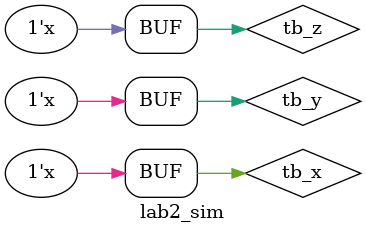
<source format=v>
`timescale 1ns / 1ps


module lab2_sim();
// regÊäÈë wireÊä³ö
 reg tb_x;
  reg tb_y;
  reg tb_z;
  wire tb_out;
  
  lab2_test link(
  .x(tb_x),
  .y(tb_y),
  .z(tb_z),
  .out(tb_out)
  );
  initial begin
   {tb_x,tb_y,tb_z} = 3'b000;
  end
  
  always begin
    #10 {tb_x,tb_y,tb_z}={tb_x,tb_y,tb_z}+1;
  end
  
endmodule

</source>
